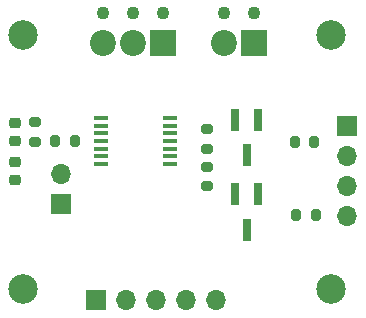
<source format=gbr>
%TF.GenerationSoftware,KiCad,Pcbnew,(6.0.8)*%
%TF.CreationDate,2023-04-06T01:35:20-05:00*%
%TF.ProjectId,Sensor_fixed_mosfet_pins,53656e73-6f72-45f6-9669-7865645f6d6f,rev?*%
%TF.SameCoordinates,Original*%
%TF.FileFunction,Soldermask,Top*%
%TF.FilePolarity,Negative*%
%FSLAX46Y46*%
G04 Gerber Fmt 4.6, Leading zero omitted, Abs format (unit mm)*
G04 Created by KiCad (PCBNEW (6.0.8)) date 2023-04-06 01:35:20*
%MOMM*%
%LPD*%
G01*
G04 APERTURE LIST*
G04 Aperture macros list*
%AMRoundRect*
0 Rectangle with rounded corners*
0 $1 Rounding radius*
0 $2 $3 $4 $5 $6 $7 $8 $9 X,Y pos of 4 corners*
0 Add a 4 corners polygon primitive as box body*
4,1,4,$2,$3,$4,$5,$6,$7,$8,$9,$2,$3,0*
0 Add four circle primitives for the rounded corners*
1,1,$1+$1,$2,$3*
1,1,$1+$1,$4,$5*
1,1,$1+$1,$6,$7*
1,1,$1+$1,$8,$9*
0 Add four rect primitives between the rounded corners*
20,1,$1+$1,$2,$3,$4,$5,0*
20,1,$1+$1,$4,$5,$6,$7,0*
20,1,$1+$1,$6,$7,$8,$9,0*
20,1,$1+$1,$8,$9,$2,$3,0*%
G04 Aperture macros list end*
%ADD10C,2.500000*%
%ADD11RoundRect,0.225000X-0.250000X0.225000X-0.250000X-0.225000X0.250000X-0.225000X0.250000X0.225000X0*%
%ADD12RoundRect,0.200000X-0.275000X0.200000X-0.275000X-0.200000X0.275000X-0.200000X0.275000X0.200000X0*%
%ADD13RoundRect,0.200000X0.200000X0.275000X-0.200000X0.275000X-0.200000X-0.275000X0.200000X-0.275000X0*%
%ADD14R,1.700000X1.700000*%
%ADD15O,1.700000X1.700000*%
%ADD16R,0.800000X1.900000*%
%ADD17C,1.100000*%
%ADD18R,2.200000X2.200000*%
%ADD19C,2.200000*%
%ADD20R,1.308100X0.355600*%
%ADD21RoundRect,0.225000X0.250000X-0.225000X0.250000X0.225000X-0.250000X0.225000X-0.250000X-0.225000X0*%
%ADD22RoundRect,0.200000X0.275000X-0.200000X0.275000X0.200000X-0.275000X0.200000X-0.275000X-0.200000X0*%
G04 APERTURE END LIST*
D10*
%TO.C,H2*%
X-31000000Y75500000D03*
%TD*%
D11*
%TO.C,C1*%
X-31750000Y89525000D03*
X-31750000Y87975000D03*
%TD*%
D12*
%TO.C,R3*%
X-15500000Y85825000D03*
X-15500000Y84175000D03*
%TD*%
D13*
%TO.C,R6*%
X-6375000Y87900000D03*
X-8025000Y87900000D03*
%TD*%
D14*
%TO.C,J2*%
X-24825000Y74500000D03*
D15*
X-22285000Y74500000D03*
X-19745000Y74500000D03*
X-17205000Y74500000D03*
X-14665000Y74500000D03*
%TD*%
D10*
%TO.C,H4*%
X-5000000Y75500000D03*
%TD*%
%TO.C,H3*%
X-5000000Y97000000D03*
%TD*%
D13*
%TO.C,R2*%
X-26675000Y88000000D03*
X-28325000Y88000000D03*
%TD*%
D16*
%TO.C,NMOS2*%
X-12100000Y80500000D03*
X-11150000Y83500000D03*
X-13050000Y83500000D03*
%TD*%
D17*
%TO.C,J1*%
X-19210000Y98790000D03*
X-24290000Y98790000D03*
X-21750000Y98790000D03*
D18*
X-19210000Y96250000D03*
D19*
X-21750000Y96250000D03*
X-24290000Y96250000D03*
%TD*%
D14*
%TO.C,J4*%
X-3600000Y89280000D03*
D15*
X-3600000Y86740000D03*
X-3600000Y84200000D03*
X-3600000Y81660000D03*
%TD*%
D17*
%TO.C,J3*%
X-14020000Y98790000D03*
X-11480000Y98790000D03*
D18*
X-11480000Y96250000D03*
D19*
X-14020000Y96250000D03*
%TD*%
D20*
%TO.C,IC1*%
X-24401950Y89950001D03*
X-24401950Y89300000D03*
X-24401950Y88649999D03*
X-24401950Y88000000D03*
X-24401950Y87350001D03*
X-24401950Y86700000D03*
X-24401950Y86050001D03*
X-18598050Y86049999D03*
X-18598050Y86700000D03*
X-18598050Y87349999D03*
X-18598050Y88000000D03*
X-18598050Y88649999D03*
X-18598050Y89300000D03*
X-18598050Y89949999D03*
%TD*%
D14*
%TO.C,JP1*%
X-27800000Y82625000D03*
D15*
X-27800000Y85165000D03*
%TD*%
D13*
%TO.C,R4*%
X-6275000Y81700000D03*
X-7925000Y81700000D03*
%TD*%
D21*
%TO.C,C2*%
X-31750000Y84675000D03*
X-31750000Y86225000D03*
%TD*%
D16*
%TO.C,NMOS1*%
X-12100000Y86800000D03*
X-11150000Y89800000D03*
X-13050000Y89800000D03*
%TD*%
D22*
%TO.C,R5*%
X-15500000Y87350000D03*
X-15500000Y89000000D03*
%TD*%
D10*
%TO.C,H1*%
X-31000000Y97000000D03*
%TD*%
D22*
%TO.C,R1*%
X-30000000Y87925000D03*
X-30000000Y89575000D03*
%TD*%
M02*

</source>
